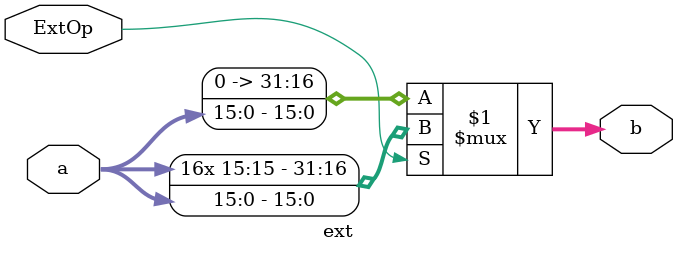
<source format=v>
module ext #(parameter WIDTH = 16, extWIDTH = 32)(a, b, ExtOp);
    input[WIDTH - 1:0] a;
    input ExtOp;
    
    output[extWIDTH - 1:0] b;

    assign b = ExtOp ? {{extWIDTH - WIDTH{a[WIDTH - 1]}}, a} : 
                {{extWIDTH - WIDTH{1'b0}}, a};

endmodule
</source>
